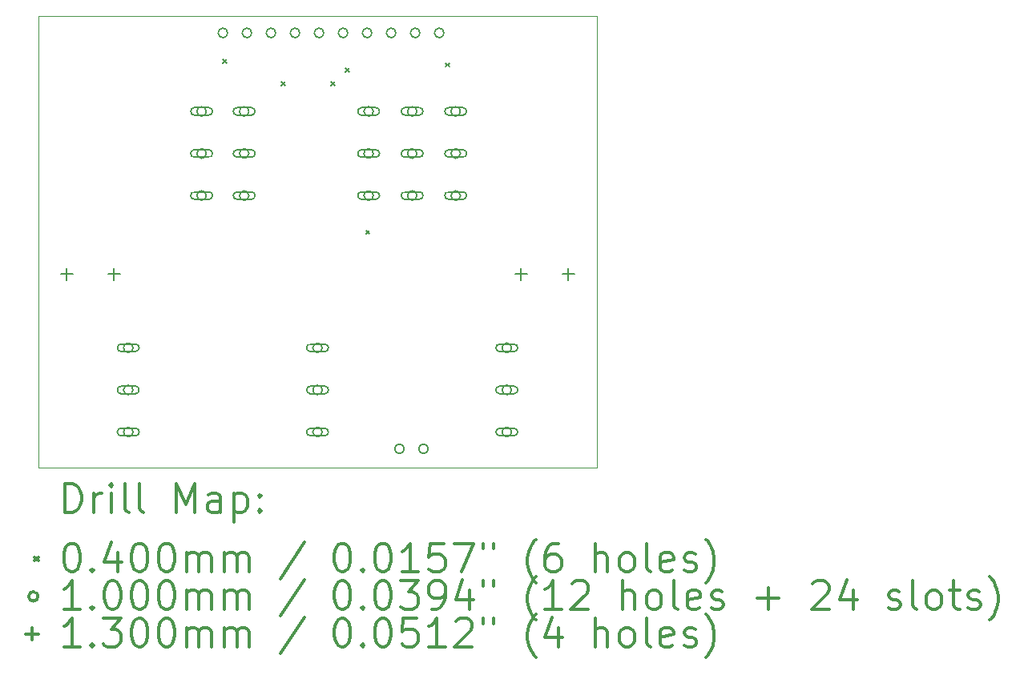
<source format=gbr>
%FSLAX45Y45*%
G04 Gerber Fmt 4.5, Leading zero omitted, Abs format (unit mm)*
G04 Created by KiCad (PCBNEW 5.1.10) date 2021-06-29 02:58:11*
%MOMM*%
%LPD*%
G01*
G04 APERTURE LIST*
%TA.AperFunction,Profile*%
%ADD10C,0.050000*%
%TD*%
%ADD11C,0.200000*%
%ADD12C,0.300000*%
G04 APERTURE END LIST*
D10*
X9700000Y-13100000D02*
X3800000Y-13100000D01*
X9700000Y-13100000D02*
X9700000Y-17875000D01*
X3800000Y-17875000D02*
X9700000Y-17875000D01*
X3800000Y-13100000D02*
X3800000Y-17875000D01*
D11*
X5748950Y-13556890D02*
X5788950Y-13596890D01*
X5788950Y-13556890D02*
X5748950Y-13596890D01*
X6368670Y-13789380D02*
X6408670Y-13829380D01*
X6408670Y-13789380D02*
X6368670Y-13829380D01*
X6893380Y-13791260D02*
X6933380Y-13831260D01*
X6933380Y-13791260D02*
X6893380Y-13831260D01*
X7045310Y-13650480D02*
X7085310Y-13690480D01*
X7085310Y-13650480D02*
X7045310Y-13690480D01*
X7260790Y-15362900D02*
X7300790Y-15402900D01*
X7300790Y-15362900D02*
X7260790Y-15402900D01*
X8105640Y-13592380D02*
X8145640Y-13632380D01*
X8145640Y-13592380D02*
X8105640Y-13632380D01*
X4800000Y-16605000D02*
G75*
G03*
X4800000Y-16605000I-50000J0D01*
G01*
X4675000Y-16645000D02*
X4825000Y-16645000D01*
X4675000Y-16565000D02*
X4825000Y-16565000D01*
X4825000Y-16645000D02*
G75*
G03*
X4825000Y-16565000I0J40000D01*
G01*
X4675000Y-16565000D02*
G75*
G03*
X4675000Y-16645000I0J-40000D01*
G01*
X4800000Y-17050000D02*
G75*
G03*
X4800000Y-17050000I-50000J0D01*
G01*
X4675000Y-17090000D02*
X4825000Y-17090000D01*
X4675000Y-17010000D02*
X4825000Y-17010000D01*
X4825000Y-17090000D02*
G75*
G03*
X4825000Y-17010000I0J40000D01*
G01*
X4675000Y-17010000D02*
G75*
G03*
X4675000Y-17090000I0J-40000D01*
G01*
X4800000Y-17495000D02*
G75*
G03*
X4800000Y-17495000I-50000J0D01*
G01*
X4675000Y-17535000D02*
X4825000Y-17535000D01*
X4675000Y-17455000D02*
X4825000Y-17455000D01*
X4825000Y-17535000D02*
G75*
G03*
X4825000Y-17455000I0J40000D01*
G01*
X4675000Y-17455000D02*
G75*
G03*
X4675000Y-17535000I0J-40000D01*
G01*
X5575000Y-14105000D02*
G75*
G03*
X5575000Y-14105000I-50000J0D01*
G01*
X5600000Y-14065000D02*
X5450000Y-14065000D01*
X5600000Y-14145000D02*
X5450000Y-14145000D01*
X5450000Y-14065000D02*
G75*
G03*
X5450000Y-14145000I0J-40000D01*
G01*
X5600000Y-14145000D02*
G75*
G03*
X5600000Y-14065000I0J40000D01*
G01*
X5575000Y-14550000D02*
G75*
G03*
X5575000Y-14550000I-50000J0D01*
G01*
X5600000Y-14510000D02*
X5450000Y-14510000D01*
X5600000Y-14590000D02*
X5450000Y-14590000D01*
X5450000Y-14510000D02*
G75*
G03*
X5450000Y-14590000I0J-40000D01*
G01*
X5600000Y-14590000D02*
G75*
G03*
X5600000Y-14510000I0J40000D01*
G01*
X5575000Y-14995000D02*
G75*
G03*
X5575000Y-14995000I-50000J0D01*
G01*
X5600000Y-14955000D02*
X5450000Y-14955000D01*
X5600000Y-15035000D02*
X5450000Y-15035000D01*
X5450000Y-14955000D02*
G75*
G03*
X5450000Y-15035000I0J-40000D01*
G01*
X5600000Y-15035000D02*
G75*
G03*
X5600000Y-14955000I0J40000D01*
G01*
X5800000Y-13275000D02*
G75*
G03*
X5800000Y-13275000I-50000J0D01*
G01*
X6025000Y-14105000D02*
G75*
G03*
X6025000Y-14105000I-50000J0D01*
G01*
X5900000Y-14145000D02*
X6050000Y-14145000D01*
X5900000Y-14065000D02*
X6050000Y-14065000D01*
X6050000Y-14145000D02*
G75*
G03*
X6050000Y-14065000I0J40000D01*
G01*
X5900000Y-14065000D02*
G75*
G03*
X5900000Y-14145000I0J-40000D01*
G01*
X6025000Y-14550000D02*
G75*
G03*
X6025000Y-14550000I-50000J0D01*
G01*
X5900000Y-14590000D02*
X6050000Y-14590000D01*
X5900000Y-14510000D02*
X6050000Y-14510000D01*
X6050000Y-14590000D02*
G75*
G03*
X6050000Y-14510000I0J40000D01*
G01*
X5900000Y-14510000D02*
G75*
G03*
X5900000Y-14590000I0J-40000D01*
G01*
X6025000Y-14995000D02*
G75*
G03*
X6025000Y-14995000I-50000J0D01*
G01*
X5900000Y-15035000D02*
X6050000Y-15035000D01*
X5900000Y-14955000D02*
X6050000Y-14955000D01*
X6050000Y-15035000D02*
G75*
G03*
X6050000Y-14955000I0J40000D01*
G01*
X5900000Y-14955000D02*
G75*
G03*
X5900000Y-15035000I0J-40000D01*
G01*
X6054000Y-13275000D02*
G75*
G03*
X6054000Y-13275000I-50000J0D01*
G01*
X6308000Y-13275000D02*
G75*
G03*
X6308000Y-13275000I-50000J0D01*
G01*
X6562000Y-13275000D02*
G75*
G03*
X6562000Y-13275000I-50000J0D01*
G01*
X6800000Y-16605000D02*
G75*
G03*
X6800000Y-16605000I-50000J0D01*
G01*
X6675000Y-16645000D02*
X6825000Y-16645000D01*
X6675000Y-16565000D02*
X6825000Y-16565000D01*
X6825000Y-16645000D02*
G75*
G03*
X6825000Y-16565000I0J40000D01*
G01*
X6675000Y-16565000D02*
G75*
G03*
X6675000Y-16645000I0J-40000D01*
G01*
X6800000Y-17050000D02*
G75*
G03*
X6800000Y-17050000I-50000J0D01*
G01*
X6675000Y-17090000D02*
X6825000Y-17090000D01*
X6675000Y-17010000D02*
X6825000Y-17010000D01*
X6825000Y-17090000D02*
G75*
G03*
X6825000Y-17010000I0J40000D01*
G01*
X6675000Y-17010000D02*
G75*
G03*
X6675000Y-17090000I0J-40000D01*
G01*
X6800000Y-17495000D02*
G75*
G03*
X6800000Y-17495000I-50000J0D01*
G01*
X6675000Y-17535000D02*
X6825000Y-17535000D01*
X6675000Y-17455000D02*
X6825000Y-17455000D01*
X6825000Y-17535000D02*
G75*
G03*
X6825000Y-17455000I0J40000D01*
G01*
X6675000Y-17455000D02*
G75*
G03*
X6675000Y-17535000I0J-40000D01*
G01*
X6816000Y-13275000D02*
G75*
G03*
X6816000Y-13275000I-50000J0D01*
G01*
X7070000Y-13275000D02*
G75*
G03*
X7070000Y-13275000I-50000J0D01*
G01*
X7324000Y-13275000D02*
G75*
G03*
X7324000Y-13275000I-50000J0D01*
G01*
X7340000Y-14105000D02*
G75*
G03*
X7340000Y-14105000I-50000J0D01*
G01*
X7365000Y-14065000D02*
X7215000Y-14065000D01*
X7365000Y-14145000D02*
X7215000Y-14145000D01*
X7215000Y-14065000D02*
G75*
G03*
X7215000Y-14145000I0J-40000D01*
G01*
X7365000Y-14145000D02*
G75*
G03*
X7365000Y-14065000I0J40000D01*
G01*
X7340000Y-14550000D02*
G75*
G03*
X7340000Y-14550000I-50000J0D01*
G01*
X7365000Y-14510000D02*
X7215000Y-14510000D01*
X7365000Y-14590000D02*
X7215000Y-14590000D01*
X7215000Y-14510000D02*
G75*
G03*
X7215000Y-14590000I0J-40000D01*
G01*
X7365000Y-14590000D02*
G75*
G03*
X7365000Y-14510000I0J40000D01*
G01*
X7340000Y-14995000D02*
G75*
G03*
X7340000Y-14995000I-50000J0D01*
G01*
X7365000Y-14955000D02*
X7215000Y-14955000D01*
X7365000Y-15035000D02*
X7215000Y-15035000D01*
X7215000Y-14955000D02*
G75*
G03*
X7215000Y-15035000I0J-40000D01*
G01*
X7365000Y-15035000D02*
G75*
G03*
X7365000Y-14955000I0J40000D01*
G01*
X7578000Y-13275000D02*
G75*
G03*
X7578000Y-13275000I-50000J0D01*
G01*
X7665400Y-17672000D02*
G75*
G03*
X7665400Y-17672000I-50000J0D01*
G01*
X7800000Y-14105000D02*
G75*
G03*
X7800000Y-14105000I-50000J0D01*
G01*
X7675000Y-14145000D02*
X7825000Y-14145000D01*
X7675000Y-14065000D02*
X7825000Y-14065000D01*
X7825000Y-14145000D02*
G75*
G03*
X7825000Y-14065000I0J40000D01*
G01*
X7675000Y-14065000D02*
G75*
G03*
X7675000Y-14145000I0J-40000D01*
G01*
X7800000Y-14550000D02*
G75*
G03*
X7800000Y-14550000I-50000J0D01*
G01*
X7675000Y-14590000D02*
X7825000Y-14590000D01*
X7675000Y-14510000D02*
X7825000Y-14510000D01*
X7825000Y-14590000D02*
G75*
G03*
X7825000Y-14510000I0J40000D01*
G01*
X7675000Y-14510000D02*
G75*
G03*
X7675000Y-14590000I0J-40000D01*
G01*
X7800000Y-14995000D02*
G75*
G03*
X7800000Y-14995000I-50000J0D01*
G01*
X7675000Y-15035000D02*
X7825000Y-15035000D01*
X7675000Y-14955000D02*
X7825000Y-14955000D01*
X7825000Y-15035000D02*
G75*
G03*
X7825000Y-14955000I0J40000D01*
G01*
X7675000Y-14955000D02*
G75*
G03*
X7675000Y-15035000I0J-40000D01*
G01*
X7832000Y-13275000D02*
G75*
G03*
X7832000Y-13275000I-50000J0D01*
G01*
X7919400Y-17672000D02*
G75*
G03*
X7919400Y-17672000I-50000J0D01*
G01*
X8086000Y-13275000D02*
G75*
G03*
X8086000Y-13275000I-50000J0D01*
G01*
X8260000Y-14105000D02*
G75*
G03*
X8260000Y-14105000I-50000J0D01*
G01*
X8135000Y-14145000D02*
X8285000Y-14145000D01*
X8135000Y-14065000D02*
X8285000Y-14065000D01*
X8285000Y-14145000D02*
G75*
G03*
X8285000Y-14065000I0J40000D01*
G01*
X8135000Y-14065000D02*
G75*
G03*
X8135000Y-14145000I0J-40000D01*
G01*
X8260000Y-14550000D02*
G75*
G03*
X8260000Y-14550000I-50000J0D01*
G01*
X8135000Y-14590000D02*
X8285000Y-14590000D01*
X8135000Y-14510000D02*
X8285000Y-14510000D01*
X8285000Y-14590000D02*
G75*
G03*
X8285000Y-14510000I0J40000D01*
G01*
X8135000Y-14510000D02*
G75*
G03*
X8135000Y-14590000I0J-40000D01*
G01*
X8260000Y-14995000D02*
G75*
G03*
X8260000Y-14995000I-50000J0D01*
G01*
X8135000Y-15035000D02*
X8285000Y-15035000D01*
X8135000Y-14955000D02*
X8285000Y-14955000D01*
X8285000Y-15035000D02*
G75*
G03*
X8285000Y-14955000I0J40000D01*
G01*
X8135000Y-14955000D02*
G75*
G03*
X8135000Y-15035000I0J-40000D01*
G01*
X8800000Y-16605000D02*
G75*
G03*
X8800000Y-16605000I-50000J0D01*
G01*
X8675000Y-16645000D02*
X8825000Y-16645000D01*
X8675000Y-16565000D02*
X8825000Y-16565000D01*
X8825000Y-16645000D02*
G75*
G03*
X8825000Y-16565000I0J40000D01*
G01*
X8675000Y-16565000D02*
G75*
G03*
X8675000Y-16645000I0J-40000D01*
G01*
X8800000Y-17050000D02*
G75*
G03*
X8800000Y-17050000I-50000J0D01*
G01*
X8675000Y-17090000D02*
X8825000Y-17090000D01*
X8675000Y-17010000D02*
X8825000Y-17010000D01*
X8825000Y-17090000D02*
G75*
G03*
X8825000Y-17010000I0J40000D01*
G01*
X8675000Y-17010000D02*
G75*
G03*
X8675000Y-17090000I0J-40000D01*
G01*
X8800000Y-17495000D02*
G75*
G03*
X8800000Y-17495000I-50000J0D01*
G01*
X8675000Y-17535000D02*
X8825000Y-17535000D01*
X8675000Y-17455000D02*
X8825000Y-17455000D01*
X8825000Y-17535000D02*
G75*
G03*
X8825000Y-17455000I0J40000D01*
G01*
X8675000Y-17455000D02*
G75*
G03*
X8675000Y-17535000I0J-40000D01*
G01*
X4100000Y-15760000D02*
X4100000Y-15890000D01*
X4035000Y-15825000D02*
X4165000Y-15825000D01*
X4600000Y-15760000D02*
X4600000Y-15890000D01*
X4535000Y-15825000D02*
X4665000Y-15825000D01*
X8900000Y-15760000D02*
X8900000Y-15890000D01*
X8835000Y-15825000D02*
X8965000Y-15825000D01*
X9400000Y-15760000D02*
X9400000Y-15890000D01*
X9335000Y-15825000D02*
X9465000Y-15825000D01*
D12*
X4083928Y-18343214D02*
X4083928Y-18043214D01*
X4155357Y-18043214D01*
X4198214Y-18057500D01*
X4226786Y-18086072D01*
X4241071Y-18114643D01*
X4255357Y-18171786D01*
X4255357Y-18214643D01*
X4241071Y-18271786D01*
X4226786Y-18300357D01*
X4198214Y-18328929D01*
X4155357Y-18343214D01*
X4083928Y-18343214D01*
X4383928Y-18343214D02*
X4383928Y-18143214D01*
X4383928Y-18200357D02*
X4398214Y-18171786D01*
X4412500Y-18157500D01*
X4441071Y-18143214D01*
X4469643Y-18143214D01*
X4569643Y-18343214D02*
X4569643Y-18143214D01*
X4569643Y-18043214D02*
X4555357Y-18057500D01*
X4569643Y-18071786D01*
X4583928Y-18057500D01*
X4569643Y-18043214D01*
X4569643Y-18071786D01*
X4755357Y-18343214D02*
X4726786Y-18328929D01*
X4712500Y-18300357D01*
X4712500Y-18043214D01*
X4912500Y-18343214D02*
X4883928Y-18328929D01*
X4869643Y-18300357D01*
X4869643Y-18043214D01*
X5255357Y-18343214D02*
X5255357Y-18043214D01*
X5355357Y-18257500D01*
X5455357Y-18043214D01*
X5455357Y-18343214D01*
X5726786Y-18343214D02*
X5726786Y-18186072D01*
X5712500Y-18157500D01*
X5683928Y-18143214D01*
X5626786Y-18143214D01*
X5598214Y-18157500D01*
X5726786Y-18328929D02*
X5698214Y-18343214D01*
X5626786Y-18343214D01*
X5598214Y-18328929D01*
X5583928Y-18300357D01*
X5583928Y-18271786D01*
X5598214Y-18243214D01*
X5626786Y-18228929D01*
X5698214Y-18228929D01*
X5726786Y-18214643D01*
X5869643Y-18143214D02*
X5869643Y-18443214D01*
X5869643Y-18157500D02*
X5898214Y-18143214D01*
X5955357Y-18143214D01*
X5983928Y-18157500D01*
X5998214Y-18171786D01*
X6012500Y-18200357D01*
X6012500Y-18286072D01*
X5998214Y-18314643D01*
X5983928Y-18328929D01*
X5955357Y-18343214D01*
X5898214Y-18343214D01*
X5869643Y-18328929D01*
X6141071Y-18314643D02*
X6155357Y-18328929D01*
X6141071Y-18343214D01*
X6126786Y-18328929D01*
X6141071Y-18314643D01*
X6141071Y-18343214D01*
X6141071Y-18157500D02*
X6155357Y-18171786D01*
X6141071Y-18186072D01*
X6126786Y-18171786D01*
X6141071Y-18157500D01*
X6141071Y-18186072D01*
X3757500Y-18817500D02*
X3797500Y-18857500D01*
X3797500Y-18817500D02*
X3757500Y-18857500D01*
X4141071Y-18673214D02*
X4169643Y-18673214D01*
X4198214Y-18687500D01*
X4212500Y-18701786D01*
X4226786Y-18730357D01*
X4241071Y-18787500D01*
X4241071Y-18858929D01*
X4226786Y-18916072D01*
X4212500Y-18944643D01*
X4198214Y-18958929D01*
X4169643Y-18973214D01*
X4141071Y-18973214D01*
X4112500Y-18958929D01*
X4098214Y-18944643D01*
X4083928Y-18916072D01*
X4069643Y-18858929D01*
X4069643Y-18787500D01*
X4083928Y-18730357D01*
X4098214Y-18701786D01*
X4112500Y-18687500D01*
X4141071Y-18673214D01*
X4369643Y-18944643D02*
X4383928Y-18958929D01*
X4369643Y-18973214D01*
X4355357Y-18958929D01*
X4369643Y-18944643D01*
X4369643Y-18973214D01*
X4641071Y-18773214D02*
X4641071Y-18973214D01*
X4569643Y-18658929D02*
X4498214Y-18873214D01*
X4683928Y-18873214D01*
X4855357Y-18673214D02*
X4883928Y-18673214D01*
X4912500Y-18687500D01*
X4926786Y-18701786D01*
X4941071Y-18730357D01*
X4955357Y-18787500D01*
X4955357Y-18858929D01*
X4941071Y-18916072D01*
X4926786Y-18944643D01*
X4912500Y-18958929D01*
X4883928Y-18973214D01*
X4855357Y-18973214D01*
X4826786Y-18958929D01*
X4812500Y-18944643D01*
X4798214Y-18916072D01*
X4783928Y-18858929D01*
X4783928Y-18787500D01*
X4798214Y-18730357D01*
X4812500Y-18701786D01*
X4826786Y-18687500D01*
X4855357Y-18673214D01*
X5141071Y-18673214D02*
X5169643Y-18673214D01*
X5198214Y-18687500D01*
X5212500Y-18701786D01*
X5226786Y-18730357D01*
X5241071Y-18787500D01*
X5241071Y-18858929D01*
X5226786Y-18916072D01*
X5212500Y-18944643D01*
X5198214Y-18958929D01*
X5169643Y-18973214D01*
X5141071Y-18973214D01*
X5112500Y-18958929D01*
X5098214Y-18944643D01*
X5083928Y-18916072D01*
X5069643Y-18858929D01*
X5069643Y-18787500D01*
X5083928Y-18730357D01*
X5098214Y-18701786D01*
X5112500Y-18687500D01*
X5141071Y-18673214D01*
X5369643Y-18973214D02*
X5369643Y-18773214D01*
X5369643Y-18801786D02*
X5383928Y-18787500D01*
X5412500Y-18773214D01*
X5455357Y-18773214D01*
X5483928Y-18787500D01*
X5498214Y-18816072D01*
X5498214Y-18973214D01*
X5498214Y-18816072D02*
X5512500Y-18787500D01*
X5541071Y-18773214D01*
X5583928Y-18773214D01*
X5612500Y-18787500D01*
X5626786Y-18816072D01*
X5626786Y-18973214D01*
X5769643Y-18973214D02*
X5769643Y-18773214D01*
X5769643Y-18801786D02*
X5783928Y-18787500D01*
X5812500Y-18773214D01*
X5855357Y-18773214D01*
X5883928Y-18787500D01*
X5898214Y-18816072D01*
X5898214Y-18973214D01*
X5898214Y-18816072D02*
X5912500Y-18787500D01*
X5941071Y-18773214D01*
X5983928Y-18773214D01*
X6012500Y-18787500D01*
X6026786Y-18816072D01*
X6026786Y-18973214D01*
X6612500Y-18658929D02*
X6355357Y-19044643D01*
X6998214Y-18673214D02*
X7026786Y-18673214D01*
X7055357Y-18687500D01*
X7069643Y-18701786D01*
X7083928Y-18730357D01*
X7098214Y-18787500D01*
X7098214Y-18858929D01*
X7083928Y-18916072D01*
X7069643Y-18944643D01*
X7055357Y-18958929D01*
X7026786Y-18973214D01*
X6998214Y-18973214D01*
X6969643Y-18958929D01*
X6955357Y-18944643D01*
X6941071Y-18916072D01*
X6926786Y-18858929D01*
X6926786Y-18787500D01*
X6941071Y-18730357D01*
X6955357Y-18701786D01*
X6969643Y-18687500D01*
X6998214Y-18673214D01*
X7226786Y-18944643D02*
X7241071Y-18958929D01*
X7226786Y-18973214D01*
X7212500Y-18958929D01*
X7226786Y-18944643D01*
X7226786Y-18973214D01*
X7426786Y-18673214D02*
X7455357Y-18673214D01*
X7483928Y-18687500D01*
X7498214Y-18701786D01*
X7512500Y-18730357D01*
X7526786Y-18787500D01*
X7526786Y-18858929D01*
X7512500Y-18916072D01*
X7498214Y-18944643D01*
X7483928Y-18958929D01*
X7455357Y-18973214D01*
X7426786Y-18973214D01*
X7398214Y-18958929D01*
X7383928Y-18944643D01*
X7369643Y-18916072D01*
X7355357Y-18858929D01*
X7355357Y-18787500D01*
X7369643Y-18730357D01*
X7383928Y-18701786D01*
X7398214Y-18687500D01*
X7426786Y-18673214D01*
X7812500Y-18973214D02*
X7641071Y-18973214D01*
X7726786Y-18973214D02*
X7726786Y-18673214D01*
X7698214Y-18716072D01*
X7669643Y-18744643D01*
X7641071Y-18758929D01*
X8083928Y-18673214D02*
X7941071Y-18673214D01*
X7926786Y-18816072D01*
X7941071Y-18801786D01*
X7969643Y-18787500D01*
X8041071Y-18787500D01*
X8069643Y-18801786D01*
X8083928Y-18816072D01*
X8098214Y-18844643D01*
X8098214Y-18916072D01*
X8083928Y-18944643D01*
X8069643Y-18958929D01*
X8041071Y-18973214D01*
X7969643Y-18973214D01*
X7941071Y-18958929D01*
X7926786Y-18944643D01*
X8198214Y-18673214D02*
X8398214Y-18673214D01*
X8269643Y-18973214D01*
X8498214Y-18673214D02*
X8498214Y-18730357D01*
X8612500Y-18673214D02*
X8612500Y-18730357D01*
X9055357Y-19087500D02*
X9041071Y-19073214D01*
X9012500Y-19030357D01*
X8998214Y-19001786D01*
X8983928Y-18958929D01*
X8969643Y-18887500D01*
X8969643Y-18830357D01*
X8983928Y-18758929D01*
X8998214Y-18716072D01*
X9012500Y-18687500D01*
X9041071Y-18644643D01*
X9055357Y-18630357D01*
X9298214Y-18673214D02*
X9241071Y-18673214D01*
X9212500Y-18687500D01*
X9198214Y-18701786D01*
X9169643Y-18744643D01*
X9155357Y-18801786D01*
X9155357Y-18916072D01*
X9169643Y-18944643D01*
X9183928Y-18958929D01*
X9212500Y-18973214D01*
X9269643Y-18973214D01*
X9298214Y-18958929D01*
X9312500Y-18944643D01*
X9326786Y-18916072D01*
X9326786Y-18844643D01*
X9312500Y-18816072D01*
X9298214Y-18801786D01*
X9269643Y-18787500D01*
X9212500Y-18787500D01*
X9183928Y-18801786D01*
X9169643Y-18816072D01*
X9155357Y-18844643D01*
X9683928Y-18973214D02*
X9683928Y-18673214D01*
X9812500Y-18973214D02*
X9812500Y-18816072D01*
X9798214Y-18787500D01*
X9769643Y-18773214D01*
X9726786Y-18773214D01*
X9698214Y-18787500D01*
X9683928Y-18801786D01*
X9998214Y-18973214D02*
X9969643Y-18958929D01*
X9955357Y-18944643D01*
X9941071Y-18916072D01*
X9941071Y-18830357D01*
X9955357Y-18801786D01*
X9969643Y-18787500D01*
X9998214Y-18773214D01*
X10041071Y-18773214D01*
X10069643Y-18787500D01*
X10083928Y-18801786D01*
X10098214Y-18830357D01*
X10098214Y-18916072D01*
X10083928Y-18944643D01*
X10069643Y-18958929D01*
X10041071Y-18973214D01*
X9998214Y-18973214D01*
X10269643Y-18973214D02*
X10241071Y-18958929D01*
X10226786Y-18930357D01*
X10226786Y-18673214D01*
X10498214Y-18958929D02*
X10469643Y-18973214D01*
X10412500Y-18973214D01*
X10383928Y-18958929D01*
X10369643Y-18930357D01*
X10369643Y-18816072D01*
X10383928Y-18787500D01*
X10412500Y-18773214D01*
X10469643Y-18773214D01*
X10498214Y-18787500D01*
X10512500Y-18816072D01*
X10512500Y-18844643D01*
X10369643Y-18873214D01*
X10626786Y-18958929D02*
X10655357Y-18973214D01*
X10712500Y-18973214D01*
X10741071Y-18958929D01*
X10755357Y-18930357D01*
X10755357Y-18916072D01*
X10741071Y-18887500D01*
X10712500Y-18873214D01*
X10669643Y-18873214D01*
X10641071Y-18858929D01*
X10626786Y-18830357D01*
X10626786Y-18816072D01*
X10641071Y-18787500D01*
X10669643Y-18773214D01*
X10712500Y-18773214D01*
X10741071Y-18787500D01*
X10855357Y-19087500D02*
X10869643Y-19073214D01*
X10898214Y-19030357D01*
X10912500Y-19001786D01*
X10926786Y-18958929D01*
X10941071Y-18887500D01*
X10941071Y-18830357D01*
X10926786Y-18758929D01*
X10912500Y-18716072D01*
X10898214Y-18687500D01*
X10869643Y-18644643D01*
X10855357Y-18630357D01*
X3797500Y-19233500D02*
G75*
G03*
X3797500Y-19233500I-50000J0D01*
G01*
X4241071Y-19369214D02*
X4069643Y-19369214D01*
X4155357Y-19369214D02*
X4155357Y-19069214D01*
X4126786Y-19112072D01*
X4098214Y-19140643D01*
X4069643Y-19154929D01*
X4369643Y-19340643D02*
X4383928Y-19354929D01*
X4369643Y-19369214D01*
X4355357Y-19354929D01*
X4369643Y-19340643D01*
X4369643Y-19369214D01*
X4569643Y-19069214D02*
X4598214Y-19069214D01*
X4626786Y-19083500D01*
X4641071Y-19097786D01*
X4655357Y-19126357D01*
X4669643Y-19183500D01*
X4669643Y-19254929D01*
X4655357Y-19312072D01*
X4641071Y-19340643D01*
X4626786Y-19354929D01*
X4598214Y-19369214D01*
X4569643Y-19369214D01*
X4541071Y-19354929D01*
X4526786Y-19340643D01*
X4512500Y-19312072D01*
X4498214Y-19254929D01*
X4498214Y-19183500D01*
X4512500Y-19126357D01*
X4526786Y-19097786D01*
X4541071Y-19083500D01*
X4569643Y-19069214D01*
X4855357Y-19069214D02*
X4883928Y-19069214D01*
X4912500Y-19083500D01*
X4926786Y-19097786D01*
X4941071Y-19126357D01*
X4955357Y-19183500D01*
X4955357Y-19254929D01*
X4941071Y-19312072D01*
X4926786Y-19340643D01*
X4912500Y-19354929D01*
X4883928Y-19369214D01*
X4855357Y-19369214D01*
X4826786Y-19354929D01*
X4812500Y-19340643D01*
X4798214Y-19312072D01*
X4783928Y-19254929D01*
X4783928Y-19183500D01*
X4798214Y-19126357D01*
X4812500Y-19097786D01*
X4826786Y-19083500D01*
X4855357Y-19069214D01*
X5141071Y-19069214D02*
X5169643Y-19069214D01*
X5198214Y-19083500D01*
X5212500Y-19097786D01*
X5226786Y-19126357D01*
X5241071Y-19183500D01*
X5241071Y-19254929D01*
X5226786Y-19312072D01*
X5212500Y-19340643D01*
X5198214Y-19354929D01*
X5169643Y-19369214D01*
X5141071Y-19369214D01*
X5112500Y-19354929D01*
X5098214Y-19340643D01*
X5083928Y-19312072D01*
X5069643Y-19254929D01*
X5069643Y-19183500D01*
X5083928Y-19126357D01*
X5098214Y-19097786D01*
X5112500Y-19083500D01*
X5141071Y-19069214D01*
X5369643Y-19369214D02*
X5369643Y-19169214D01*
X5369643Y-19197786D02*
X5383928Y-19183500D01*
X5412500Y-19169214D01*
X5455357Y-19169214D01*
X5483928Y-19183500D01*
X5498214Y-19212072D01*
X5498214Y-19369214D01*
X5498214Y-19212072D02*
X5512500Y-19183500D01*
X5541071Y-19169214D01*
X5583928Y-19169214D01*
X5612500Y-19183500D01*
X5626786Y-19212072D01*
X5626786Y-19369214D01*
X5769643Y-19369214D02*
X5769643Y-19169214D01*
X5769643Y-19197786D02*
X5783928Y-19183500D01*
X5812500Y-19169214D01*
X5855357Y-19169214D01*
X5883928Y-19183500D01*
X5898214Y-19212072D01*
X5898214Y-19369214D01*
X5898214Y-19212072D02*
X5912500Y-19183500D01*
X5941071Y-19169214D01*
X5983928Y-19169214D01*
X6012500Y-19183500D01*
X6026786Y-19212072D01*
X6026786Y-19369214D01*
X6612500Y-19054929D02*
X6355357Y-19440643D01*
X6998214Y-19069214D02*
X7026786Y-19069214D01*
X7055357Y-19083500D01*
X7069643Y-19097786D01*
X7083928Y-19126357D01*
X7098214Y-19183500D01*
X7098214Y-19254929D01*
X7083928Y-19312072D01*
X7069643Y-19340643D01*
X7055357Y-19354929D01*
X7026786Y-19369214D01*
X6998214Y-19369214D01*
X6969643Y-19354929D01*
X6955357Y-19340643D01*
X6941071Y-19312072D01*
X6926786Y-19254929D01*
X6926786Y-19183500D01*
X6941071Y-19126357D01*
X6955357Y-19097786D01*
X6969643Y-19083500D01*
X6998214Y-19069214D01*
X7226786Y-19340643D02*
X7241071Y-19354929D01*
X7226786Y-19369214D01*
X7212500Y-19354929D01*
X7226786Y-19340643D01*
X7226786Y-19369214D01*
X7426786Y-19069214D02*
X7455357Y-19069214D01*
X7483928Y-19083500D01*
X7498214Y-19097786D01*
X7512500Y-19126357D01*
X7526786Y-19183500D01*
X7526786Y-19254929D01*
X7512500Y-19312072D01*
X7498214Y-19340643D01*
X7483928Y-19354929D01*
X7455357Y-19369214D01*
X7426786Y-19369214D01*
X7398214Y-19354929D01*
X7383928Y-19340643D01*
X7369643Y-19312072D01*
X7355357Y-19254929D01*
X7355357Y-19183500D01*
X7369643Y-19126357D01*
X7383928Y-19097786D01*
X7398214Y-19083500D01*
X7426786Y-19069214D01*
X7626786Y-19069214D02*
X7812500Y-19069214D01*
X7712500Y-19183500D01*
X7755357Y-19183500D01*
X7783928Y-19197786D01*
X7798214Y-19212072D01*
X7812500Y-19240643D01*
X7812500Y-19312072D01*
X7798214Y-19340643D01*
X7783928Y-19354929D01*
X7755357Y-19369214D01*
X7669643Y-19369214D01*
X7641071Y-19354929D01*
X7626786Y-19340643D01*
X7955357Y-19369214D02*
X8012500Y-19369214D01*
X8041071Y-19354929D01*
X8055357Y-19340643D01*
X8083928Y-19297786D01*
X8098214Y-19240643D01*
X8098214Y-19126357D01*
X8083928Y-19097786D01*
X8069643Y-19083500D01*
X8041071Y-19069214D01*
X7983928Y-19069214D01*
X7955357Y-19083500D01*
X7941071Y-19097786D01*
X7926786Y-19126357D01*
X7926786Y-19197786D01*
X7941071Y-19226357D01*
X7955357Y-19240643D01*
X7983928Y-19254929D01*
X8041071Y-19254929D01*
X8069643Y-19240643D01*
X8083928Y-19226357D01*
X8098214Y-19197786D01*
X8355357Y-19169214D02*
X8355357Y-19369214D01*
X8283928Y-19054929D02*
X8212500Y-19269214D01*
X8398214Y-19269214D01*
X8498214Y-19069214D02*
X8498214Y-19126357D01*
X8612500Y-19069214D02*
X8612500Y-19126357D01*
X9055357Y-19483500D02*
X9041071Y-19469214D01*
X9012500Y-19426357D01*
X8998214Y-19397786D01*
X8983928Y-19354929D01*
X8969643Y-19283500D01*
X8969643Y-19226357D01*
X8983928Y-19154929D01*
X8998214Y-19112072D01*
X9012500Y-19083500D01*
X9041071Y-19040643D01*
X9055357Y-19026357D01*
X9326786Y-19369214D02*
X9155357Y-19369214D01*
X9241071Y-19369214D02*
X9241071Y-19069214D01*
X9212500Y-19112072D01*
X9183928Y-19140643D01*
X9155357Y-19154929D01*
X9441071Y-19097786D02*
X9455357Y-19083500D01*
X9483928Y-19069214D01*
X9555357Y-19069214D01*
X9583928Y-19083500D01*
X9598214Y-19097786D01*
X9612500Y-19126357D01*
X9612500Y-19154929D01*
X9598214Y-19197786D01*
X9426786Y-19369214D01*
X9612500Y-19369214D01*
X9969643Y-19369214D02*
X9969643Y-19069214D01*
X10098214Y-19369214D02*
X10098214Y-19212072D01*
X10083928Y-19183500D01*
X10055357Y-19169214D01*
X10012500Y-19169214D01*
X9983928Y-19183500D01*
X9969643Y-19197786D01*
X10283928Y-19369214D02*
X10255357Y-19354929D01*
X10241071Y-19340643D01*
X10226786Y-19312072D01*
X10226786Y-19226357D01*
X10241071Y-19197786D01*
X10255357Y-19183500D01*
X10283928Y-19169214D01*
X10326786Y-19169214D01*
X10355357Y-19183500D01*
X10369643Y-19197786D01*
X10383928Y-19226357D01*
X10383928Y-19312072D01*
X10369643Y-19340643D01*
X10355357Y-19354929D01*
X10326786Y-19369214D01*
X10283928Y-19369214D01*
X10555357Y-19369214D02*
X10526786Y-19354929D01*
X10512500Y-19326357D01*
X10512500Y-19069214D01*
X10783928Y-19354929D02*
X10755357Y-19369214D01*
X10698214Y-19369214D01*
X10669643Y-19354929D01*
X10655357Y-19326357D01*
X10655357Y-19212072D01*
X10669643Y-19183500D01*
X10698214Y-19169214D01*
X10755357Y-19169214D01*
X10783928Y-19183500D01*
X10798214Y-19212072D01*
X10798214Y-19240643D01*
X10655357Y-19269214D01*
X10912500Y-19354929D02*
X10941071Y-19369214D01*
X10998214Y-19369214D01*
X11026786Y-19354929D01*
X11041071Y-19326357D01*
X11041071Y-19312072D01*
X11026786Y-19283500D01*
X10998214Y-19269214D01*
X10955357Y-19269214D01*
X10926786Y-19254929D01*
X10912500Y-19226357D01*
X10912500Y-19212072D01*
X10926786Y-19183500D01*
X10955357Y-19169214D01*
X10998214Y-19169214D01*
X11026786Y-19183500D01*
X11398214Y-19254929D02*
X11626786Y-19254929D01*
X11512500Y-19369214D02*
X11512500Y-19140643D01*
X11983928Y-19097786D02*
X11998214Y-19083500D01*
X12026786Y-19069214D01*
X12098214Y-19069214D01*
X12126786Y-19083500D01*
X12141071Y-19097786D01*
X12155357Y-19126357D01*
X12155357Y-19154929D01*
X12141071Y-19197786D01*
X11969643Y-19369214D01*
X12155357Y-19369214D01*
X12412500Y-19169214D02*
X12412500Y-19369214D01*
X12341071Y-19054929D02*
X12269643Y-19269214D01*
X12455357Y-19269214D01*
X12783928Y-19354929D02*
X12812500Y-19369214D01*
X12869643Y-19369214D01*
X12898214Y-19354929D01*
X12912500Y-19326357D01*
X12912500Y-19312072D01*
X12898214Y-19283500D01*
X12869643Y-19269214D01*
X12826786Y-19269214D01*
X12798214Y-19254929D01*
X12783928Y-19226357D01*
X12783928Y-19212072D01*
X12798214Y-19183500D01*
X12826786Y-19169214D01*
X12869643Y-19169214D01*
X12898214Y-19183500D01*
X13083928Y-19369214D02*
X13055357Y-19354929D01*
X13041071Y-19326357D01*
X13041071Y-19069214D01*
X13241071Y-19369214D02*
X13212500Y-19354929D01*
X13198214Y-19340643D01*
X13183928Y-19312072D01*
X13183928Y-19226357D01*
X13198214Y-19197786D01*
X13212500Y-19183500D01*
X13241071Y-19169214D01*
X13283928Y-19169214D01*
X13312500Y-19183500D01*
X13326786Y-19197786D01*
X13341071Y-19226357D01*
X13341071Y-19312072D01*
X13326786Y-19340643D01*
X13312500Y-19354929D01*
X13283928Y-19369214D01*
X13241071Y-19369214D01*
X13426786Y-19169214D02*
X13541071Y-19169214D01*
X13469643Y-19069214D02*
X13469643Y-19326357D01*
X13483928Y-19354929D01*
X13512500Y-19369214D01*
X13541071Y-19369214D01*
X13626786Y-19354929D02*
X13655357Y-19369214D01*
X13712500Y-19369214D01*
X13741071Y-19354929D01*
X13755357Y-19326357D01*
X13755357Y-19312072D01*
X13741071Y-19283500D01*
X13712500Y-19269214D01*
X13669643Y-19269214D01*
X13641071Y-19254929D01*
X13626786Y-19226357D01*
X13626786Y-19212072D01*
X13641071Y-19183500D01*
X13669643Y-19169214D01*
X13712500Y-19169214D01*
X13741071Y-19183500D01*
X13855357Y-19483500D02*
X13869643Y-19469214D01*
X13898214Y-19426357D01*
X13912500Y-19397786D01*
X13926786Y-19354929D01*
X13941071Y-19283500D01*
X13941071Y-19226357D01*
X13926786Y-19154929D01*
X13912500Y-19112072D01*
X13898214Y-19083500D01*
X13869643Y-19040643D01*
X13855357Y-19026357D01*
X3732500Y-19564500D02*
X3732500Y-19694500D01*
X3667500Y-19629500D02*
X3797500Y-19629500D01*
X4241071Y-19765214D02*
X4069643Y-19765214D01*
X4155357Y-19765214D02*
X4155357Y-19465214D01*
X4126786Y-19508072D01*
X4098214Y-19536643D01*
X4069643Y-19550929D01*
X4369643Y-19736643D02*
X4383928Y-19750929D01*
X4369643Y-19765214D01*
X4355357Y-19750929D01*
X4369643Y-19736643D01*
X4369643Y-19765214D01*
X4483928Y-19465214D02*
X4669643Y-19465214D01*
X4569643Y-19579500D01*
X4612500Y-19579500D01*
X4641071Y-19593786D01*
X4655357Y-19608072D01*
X4669643Y-19636643D01*
X4669643Y-19708072D01*
X4655357Y-19736643D01*
X4641071Y-19750929D01*
X4612500Y-19765214D01*
X4526786Y-19765214D01*
X4498214Y-19750929D01*
X4483928Y-19736643D01*
X4855357Y-19465214D02*
X4883928Y-19465214D01*
X4912500Y-19479500D01*
X4926786Y-19493786D01*
X4941071Y-19522357D01*
X4955357Y-19579500D01*
X4955357Y-19650929D01*
X4941071Y-19708072D01*
X4926786Y-19736643D01*
X4912500Y-19750929D01*
X4883928Y-19765214D01*
X4855357Y-19765214D01*
X4826786Y-19750929D01*
X4812500Y-19736643D01*
X4798214Y-19708072D01*
X4783928Y-19650929D01*
X4783928Y-19579500D01*
X4798214Y-19522357D01*
X4812500Y-19493786D01*
X4826786Y-19479500D01*
X4855357Y-19465214D01*
X5141071Y-19465214D02*
X5169643Y-19465214D01*
X5198214Y-19479500D01*
X5212500Y-19493786D01*
X5226786Y-19522357D01*
X5241071Y-19579500D01*
X5241071Y-19650929D01*
X5226786Y-19708072D01*
X5212500Y-19736643D01*
X5198214Y-19750929D01*
X5169643Y-19765214D01*
X5141071Y-19765214D01*
X5112500Y-19750929D01*
X5098214Y-19736643D01*
X5083928Y-19708072D01*
X5069643Y-19650929D01*
X5069643Y-19579500D01*
X5083928Y-19522357D01*
X5098214Y-19493786D01*
X5112500Y-19479500D01*
X5141071Y-19465214D01*
X5369643Y-19765214D02*
X5369643Y-19565214D01*
X5369643Y-19593786D02*
X5383928Y-19579500D01*
X5412500Y-19565214D01*
X5455357Y-19565214D01*
X5483928Y-19579500D01*
X5498214Y-19608072D01*
X5498214Y-19765214D01*
X5498214Y-19608072D02*
X5512500Y-19579500D01*
X5541071Y-19565214D01*
X5583928Y-19565214D01*
X5612500Y-19579500D01*
X5626786Y-19608072D01*
X5626786Y-19765214D01*
X5769643Y-19765214D02*
X5769643Y-19565214D01*
X5769643Y-19593786D02*
X5783928Y-19579500D01*
X5812500Y-19565214D01*
X5855357Y-19565214D01*
X5883928Y-19579500D01*
X5898214Y-19608072D01*
X5898214Y-19765214D01*
X5898214Y-19608072D02*
X5912500Y-19579500D01*
X5941071Y-19565214D01*
X5983928Y-19565214D01*
X6012500Y-19579500D01*
X6026786Y-19608072D01*
X6026786Y-19765214D01*
X6612500Y-19450929D02*
X6355357Y-19836643D01*
X6998214Y-19465214D02*
X7026786Y-19465214D01*
X7055357Y-19479500D01*
X7069643Y-19493786D01*
X7083928Y-19522357D01*
X7098214Y-19579500D01*
X7098214Y-19650929D01*
X7083928Y-19708072D01*
X7069643Y-19736643D01*
X7055357Y-19750929D01*
X7026786Y-19765214D01*
X6998214Y-19765214D01*
X6969643Y-19750929D01*
X6955357Y-19736643D01*
X6941071Y-19708072D01*
X6926786Y-19650929D01*
X6926786Y-19579500D01*
X6941071Y-19522357D01*
X6955357Y-19493786D01*
X6969643Y-19479500D01*
X6998214Y-19465214D01*
X7226786Y-19736643D02*
X7241071Y-19750929D01*
X7226786Y-19765214D01*
X7212500Y-19750929D01*
X7226786Y-19736643D01*
X7226786Y-19765214D01*
X7426786Y-19465214D02*
X7455357Y-19465214D01*
X7483928Y-19479500D01*
X7498214Y-19493786D01*
X7512500Y-19522357D01*
X7526786Y-19579500D01*
X7526786Y-19650929D01*
X7512500Y-19708072D01*
X7498214Y-19736643D01*
X7483928Y-19750929D01*
X7455357Y-19765214D01*
X7426786Y-19765214D01*
X7398214Y-19750929D01*
X7383928Y-19736643D01*
X7369643Y-19708072D01*
X7355357Y-19650929D01*
X7355357Y-19579500D01*
X7369643Y-19522357D01*
X7383928Y-19493786D01*
X7398214Y-19479500D01*
X7426786Y-19465214D01*
X7798214Y-19465214D02*
X7655357Y-19465214D01*
X7641071Y-19608072D01*
X7655357Y-19593786D01*
X7683928Y-19579500D01*
X7755357Y-19579500D01*
X7783928Y-19593786D01*
X7798214Y-19608072D01*
X7812500Y-19636643D01*
X7812500Y-19708072D01*
X7798214Y-19736643D01*
X7783928Y-19750929D01*
X7755357Y-19765214D01*
X7683928Y-19765214D01*
X7655357Y-19750929D01*
X7641071Y-19736643D01*
X8098214Y-19765214D02*
X7926786Y-19765214D01*
X8012500Y-19765214D02*
X8012500Y-19465214D01*
X7983928Y-19508072D01*
X7955357Y-19536643D01*
X7926786Y-19550929D01*
X8212500Y-19493786D02*
X8226786Y-19479500D01*
X8255357Y-19465214D01*
X8326786Y-19465214D01*
X8355357Y-19479500D01*
X8369643Y-19493786D01*
X8383928Y-19522357D01*
X8383928Y-19550929D01*
X8369643Y-19593786D01*
X8198214Y-19765214D01*
X8383928Y-19765214D01*
X8498214Y-19465214D02*
X8498214Y-19522357D01*
X8612500Y-19465214D02*
X8612500Y-19522357D01*
X9055357Y-19879500D02*
X9041071Y-19865214D01*
X9012500Y-19822357D01*
X8998214Y-19793786D01*
X8983928Y-19750929D01*
X8969643Y-19679500D01*
X8969643Y-19622357D01*
X8983928Y-19550929D01*
X8998214Y-19508072D01*
X9012500Y-19479500D01*
X9041071Y-19436643D01*
X9055357Y-19422357D01*
X9298214Y-19565214D02*
X9298214Y-19765214D01*
X9226786Y-19450929D02*
X9155357Y-19665214D01*
X9341071Y-19665214D01*
X9683928Y-19765214D02*
X9683928Y-19465214D01*
X9812500Y-19765214D02*
X9812500Y-19608072D01*
X9798214Y-19579500D01*
X9769643Y-19565214D01*
X9726786Y-19565214D01*
X9698214Y-19579500D01*
X9683928Y-19593786D01*
X9998214Y-19765214D02*
X9969643Y-19750929D01*
X9955357Y-19736643D01*
X9941071Y-19708072D01*
X9941071Y-19622357D01*
X9955357Y-19593786D01*
X9969643Y-19579500D01*
X9998214Y-19565214D01*
X10041071Y-19565214D01*
X10069643Y-19579500D01*
X10083928Y-19593786D01*
X10098214Y-19622357D01*
X10098214Y-19708072D01*
X10083928Y-19736643D01*
X10069643Y-19750929D01*
X10041071Y-19765214D01*
X9998214Y-19765214D01*
X10269643Y-19765214D02*
X10241071Y-19750929D01*
X10226786Y-19722357D01*
X10226786Y-19465214D01*
X10498214Y-19750929D02*
X10469643Y-19765214D01*
X10412500Y-19765214D01*
X10383928Y-19750929D01*
X10369643Y-19722357D01*
X10369643Y-19608072D01*
X10383928Y-19579500D01*
X10412500Y-19565214D01*
X10469643Y-19565214D01*
X10498214Y-19579500D01*
X10512500Y-19608072D01*
X10512500Y-19636643D01*
X10369643Y-19665214D01*
X10626786Y-19750929D02*
X10655357Y-19765214D01*
X10712500Y-19765214D01*
X10741071Y-19750929D01*
X10755357Y-19722357D01*
X10755357Y-19708072D01*
X10741071Y-19679500D01*
X10712500Y-19665214D01*
X10669643Y-19665214D01*
X10641071Y-19650929D01*
X10626786Y-19622357D01*
X10626786Y-19608072D01*
X10641071Y-19579500D01*
X10669643Y-19565214D01*
X10712500Y-19565214D01*
X10741071Y-19579500D01*
X10855357Y-19879500D02*
X10869643Y-19865214D01*
X10898214Y-19822357D01*
X10912500Y-19793786D01*
X10926786Y-19750929D01*
X10941071Y-19679500D01*
X10941071Y-19622357D01*
X10926786Y-19550929D01*
X10912500Y-19508072D01*
X10898214Y-19479500D01*
X10869643Y-19436643D01*
X10855357Y-19422357D01*
M02*

</source>
